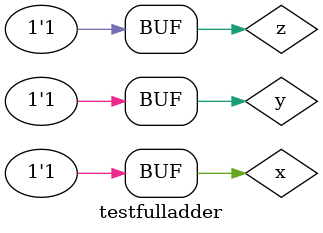
<source format=v>
module testfulladder;
reg x, y, z;
wire s, c;
fulladder_structural fas(x, y, z, s, c);
initial begin
x = 0; y = 0; z = 0;
#100
x = 0; y = 0; z = 1;
#100
x = 0; y = 1; z = 0;
#100
x = 0; y = 1; z = 1;
#100
x = 1; y = 0; z = 0;
#100
x = 1; y = 0; z = 1;
#100
x = 1; y = 1; z = 0;
#100
x = 1; y = 1; z = 1;
end
endmodule
</source>
